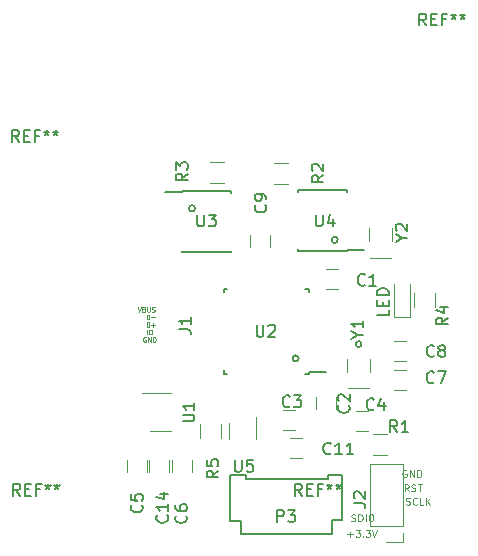
<source format=gto>
G04 #@! TF.FileFunction,Legend,Top*
%FSLAX46Y46*%
G04 Gerber Fmt 4.6, Leading zero omitted, Abs format (unit mm)*
G04 Created by KiCad (PCBNEW 4.0.5) date 05/13/17 18:28:42*
%MOMM*%
%LPD*%
G01*
G04 APERTURE LIST*
%ADD10C,0.100000*%
%ADD11C,0.200000*%
%ADD12C,0.125000*%
%ADD13C,0.150000*%
%ADD14C,0.120000*%
%ADD15C,0.080000*%
G04 APERTURE END LIST*
D10*
D11*
X116403317Y-71945500D02*
G75*
G03X116403317Y-71945500I-261817J0D01*
G01*
X119705317Y-61912500D02*
G75*
G03X119705317Y-61912500I-261817J0D01*
G01*
D12*
X120529500Y-86847357D02*
X120986643Y-86847357D01*
X120758072Y-87075929D02*
X120758072Y-86618786D01*
X121215214Y-86475929D02*
X121586643Y-86475929D01*
X121386643Y-86704500D01*
X121472357Y-86704500D01*
X121529500Y-86733071D01*
X121558071Y-86761643D01*
X121586643Y-86818786D01*
X121586643Y-86961643D01*
X121558071Y-87018786D01*
X121529500Y-87047357D01*
X121472357Y-87075929D01*
X121300929Y-87075929D01*
X121243786Y-87047357D01*
X121215214Y-87018786D01*
X121843786Y-87018786D02*
X121872358Y-87047357D01*
X121843786Y-87075929D01*
X121815215Y-87047357D01*
X121843786Y-87018786D01*
X121843786Y-87075929D01*
X122072357Y-86475929D02*
X122443786Y-86475929D01*
X122243786Y-86704500D01*
X122329500Y-86704500D01*
X122386643Y-86733071D01*
X122415214Y-86761643D01*
X122443786Y-86818786D01*
X122443786Y-86961643D01*
X122415214Y-87018786D01*
X122386643Y-87047357D01*
X122329500Y-87075929D01*
X122158072Y-87075929D01*
X122100929Y-87047357D01*
X122072357Y-87018786D01*
X122615215Y-86475929D02*
X122815215Y-87075929D01*
X123015215Y-86475929D01*
X120864429Y-85713857D02*
X120950143Y-85742429D01*
X121093000Y-85742429D01*
X121150143Y-85713857D01*
X121178714Y-85685286D01*
X121207286Y-85628143D01*
X121207286Y-85571000D01*
X121178714Y-85513857D01*
X121150143Y-85485286D01*
X121093000Y-85456714D01*
X120978714Y-85428143D01*
X120921572Y-85399571D01*
X120893000Y-85371000D01*
X120864429Y-85313857D01*
X120864429Y-85256714D01*
X120893000Y-85199571D01*
X120921572Y-85171000D01*
X120978714Y-85142429D01*
X121121572Y-85142429D01*
X121207286Y-85171000D01*
X121464429Y-85742429D02*
X121464429Y-85142429D01*
X121607286Y-85142429D01*
X121693001Y-85171000D01*
X121750143Y-85228143D01*
X121778715Y-85285286D01*
X121807286Y-85399571D01*
X121807286Y-85485286D01*
X121778715Y-85599571D01*
X121750143Y-85656714D01*
X121693001Y-85713857D01*
X121607286Y-85742429D01*
X121464429Y-85742429D01*
X122064429Y-85742429D02*
X122064429Y-85142429D01*
X122464429Y-85142429D02*
X122578715Y-85142429D01*
X122635857Y-85171000D01*
X122693000Y-85228143D01*
X122721572Y-85342429D01*
X122721572Y-85542429D01*
X122693000Y-85656714D01*
X122635857Y-85713857D01*
X122578715Y-85742429D01*
X122464429Y-85742429D01*
X122407286Y-85713857D01*
X122350143Y-85656714D01*
X122321572Y-85542429D01*
X122321572Y-85342429D01*
X122350143Y-85228143D01*
X122407286Y-85171000D01*
X122464429Y-85142429D01*
X125477715Y-84316857D02*
X125563429Y-84345429D01*
X125706286Y-84345429D01*
X125763429Y-84316857D01*
X125792000Y-84288286D01*
X125820572Y-84231143D01*
X125820572Y-84174000D01*
X125792000Y-84116857D01*
X125763429Y-84088286D01*
X125706286Y-84059714D01*
X125592000Y-84031143D01*
X125534858Y-84002571D01*
X125506286Y-83974000D01*
X125477715Y-83916857D01*
X125477715Y-83859714D01*
X125506286Y-83802571D01*
X125534858Y-83774000D01*
X125592000Y-83745429D01*
X125734858Y-83745429D01*
X125820572Y-83774000D01*
X126420572Y-84288286D02*
X126392001Y-84316857D01*
X126306287Y-84345429D01*
X126249144Y-84345429D01*
X126163429Y-84316857D01*
X126106287Y-84259714D01*
X126077715Y-84202571D01*
X126049144Y-84088286D01*
X126049144Y-84002571D01*
X126077715Y-83888286D01*
X126106287Y-83831143D01*
X126163429Y-83774000D01*
X126249144Y-83745429D01*
X126306287Y-83745429D01*
X126392001Y-83774000D01*
X126420572Y-83802571D01*
X126963429Y-84345429D02*
X126677715Y-84345429D01*
X126677715Y-83745429D01*
X127163429Y-84345429D02*
X127163429Y-83745429D01*
X127506286Y-84345429D02*
X127249143Y-84002571D01*
X127506286Y-83745429D02*
X127163429Y-84088286D01*
X125718928Y-83202429D02*
X125518928Y-82916714D01*
X125376071Y-83202429D02*
X125376071Y-82602429D01*
X125604643Y-82602429D01*
X125661785Y-82631000D01*
X125690357Y-82659571D01*
X125718928Y-82716714D01*
X125718928Y-82802429D01*
X125690357Y-82859571D01*
X125661785Y-82888143D01*
X125604643Y-82916714D01*
X125376071Y-82916714D01*
X125947500Y-83173857D02*
X126033214Y-83202429D01*
X126176071Y-83202429D01*
X126233214Y-83173857D01*
X126261785Y-83145286D01*
X126290357Y-83088143D01*
X126290357Y-83031000D01*
X126261785Y-82973857D01*
X126233214Y-82945286D01*
X126176071Y-82916714D01*
X126061785Y-82888143D01*
X126004643Y-82859571D01*
X125976071Y-82831000D01*
X125947500Y-82773857D01*
X125947500Y-82716714D01*
X125976071Y-82659571D01*
X126004643Y-82631000D01*
X126061785Y-82602429D01*
X126204643Y-82602429D01*
X126290357Y-82631000D01*
X126461786Y-82602429D02*
X126804643Y-82602429D01*
X126633214Y-83202429D02*
X126633214Y-82602429D01*
X125526858Y-81424500D02*
X125469715Y-81395929D01*
X125384001Y-81395929D01*
X125298286Y-81424500D01*
X125241144Y-81481643D01*
X125212572Y-81538786D01*
X125184001Y-81653071D01*
X125184001Y-81738786D01*
X125212572Y-81853071D01*
X125241144Y-81910214D01*
X125298286Y-81967357D01*
X125384001Y-81995929D01*
X125441144Y-81995929D01*
X125526858Y-81967357D01*
X125555429Y-81938786D01*
X125555429Y-81738786D01*
X125441144Y-81738786D01*
X125812572Y-81995929D02*
X125812572Y-81395929D01*
X126155429Y-81995929D01*
X126155429Y-81395929D01*
X126441143Y-81995929D02*
X126441143Y-81395929D01*
X126584000Y-81395929D01*
X126669715Y-81424500D01*
X126726857Y-81481643D01*
X126755429Y-81538786D01*
X126784000Y-81653071D01*
X126784000Y-81738786D01*
X126755429Y-81853071D01*
X126726857Y-81910214D01*
X126669715Y-81967357D01*
X126584000Y-81995929D01*
X126441143Y-81995929D01*
D11*
X121729500Y-70739000D02*
G75*
G03X121729500Y-70739000I-254000J0D01*
G01*
X107640317Y-59245500D02*
G75*
G03X107640317Y-59245500I-261817J0D01*
G01*
D13*
X117800000Y-82123000D02*
X118900000Y-82123000D01*
X118900000Y-82123000D02*
X118900000Y-81823000D01*
X118900000Y-81823000D02*
X120100000Y-81823000D01*
X120100000Y-81823000D02*
X120100000Y-85623000D01*
X120100000Y-85623000D02*
X119200000Y-85623000D01*
X119200000Y-85623000D02*
X119200000Y-86823000D01*
X119200000Y-86823000D02*
X111500000Y-86823000D01*
X111500000Y-86823000D02*
X111500000Y-85723000D01*
X111500000Y-85723000D02*
X110600000Y-85723000D01*
X110600000Y-85723000D02*
X110600000Y-81823000D01*
X110600000Y-81823000D02*
X111900000Y-81823000D01*
X111900000Y-81823000D02*
X111900000Y-82123000D01*
X111900000Y-82123000D02*
X117800000Y-82123000D01*
D14*
X119689500Y-64364500D02*
X118689500Y-64364500D01*
X118689500Y-66064500D02*
X119689500Y-66064500D01*
X119595000Y-76255500D02*
X119595000Y-75255500D01*
X117895000Y-75255500D02*
X117895000Y-76255500D01*
X116070000Y-76302500D02*
X115070000Y-76302500D01*
X115070000Y-78002500D02*
X116070000Y-78002500D01*
X121229500Y-78066000D02*
X122229500Y-78066000D01*
X122229500Y-76366000D02*
X121229500Y-76366000D01*
X101829500Y-80526000D02*
X101829500Y-81526000D01*
X103529500Y-81526000D02*
X103529500Y-80526000D01*
X107339500Y-81526000D02*
X107339500Y-80526000D01*
X105639500Y-80526000D02*
X105639500Y-81526000D01*
X124468000Y-74637000D02*
X125468000Y-74637000D01*
X125468000Y-72937000D02*
X124468000Y-72937000D01*
X124468000Y-72160500D02*
X125468000Y-72160500D01*
X125468000Y-70460500D02*
X124468000Y-70460500D01*
X112307000Y-61476000D02*
X112307000Y-62476000D01*
X114007000Y-62476000D02*
X114007000Y-61476000D01*
X116705000Y-78652000D02*
X115705000Y-78652000D01*
X115705000Y-80352000D02*
X116705000Y-80352000D01*
X105434500Y-81526000D02*
X105434500Y-80526000D01*
X103734500Y-80526000D02*
X103734500Y-81526000D01*
X125215000Y-86106000D02*
X125215000Y-80906000D01*
X125215000Y-80906000D02*
X122435000Y-80906000D01*
X122435000Y-80906000D02*
X122435000Y-86106000D01*
X122435000Y-86106000D02*
X125215000Y-86106000D01*
X125215000Y-86741000D02*
X125215000Y-87496000D01*
X125215000Y-87496000D02*
X123825000Y-87496000D01*
X122653500Y-78368000D02*
X123853500Y-78368000D01*
X123853500Y-80128000D02*
X122653500Y-80128000D01*
X114271500Y-55381000D02*
X115471500Y-55381000D01*
X115471500Y-57141000D02*
X114271500Y-57141000D01*
X110074000Y-57077500D02*
X108874000Y-57077500D01*
X108874000Y-55317500D02*
X110074000Y-55317500D01*
X109846000Y-77505000D02*
X109846000Y-78705000D01*
X108086000Y-78705000D02*
X108086000Y-77505000D01*
X103811500Y-78127500D02*
X105611500Y-78127500D01*
X105611500Y-74907500D02*
X103161500Y-74907500D01*
D13*
X117290000Y-73284500D02*
X117290000Y-73059500D01*
X110040000Y-73284500D02*
X110040000Y-72959500D01*
X110040000Y-66034500D02*
X110040000Y-66359500D01*
X117290000Y-66034500D02*
X117290000Y-66359500D01*
X117290000Y-73284500D02*
X116965000Y-73284500D01*
X117290000Y-66034500D02*
X116965000Y-66034500D01*
X110040000Y-66034500D02*
X110365000Y-66034500D01*
X110040000Y-73284500D02*
X110365000Y-73284500D01*
X117290000Y-73059500D02*
X118715000Y-73059500D01*
X106510000Y-57813500D02*
X106510000Y-57863500D01*
X110660000Y-57813500D02*
X110660000Y-57958500D01*
X110660000Y-62963500D02*
X110660000Y-62818500D01*
X106510000Y-62963500D02*
X106510000Y-62818500D01*
X106510000Y-57813500D02*
X110660000Y-57813500D01*
X106510000Y-62963500D02*
X110660000Y-62963500D01*
X106510000Y-57863500D02*
X105110000Y-57863500D01*
X120502500Y-62836500D02*
X120502500Y-62786500D01*
X116352500Y-62836500D02*
X116352500Y-62691500D01*
X116352500Y-57686500D02*
X116352500Y-57831500D01*
X120502500Y-57686500D02*
X120502500Y-57831500D01*
X120502500Y-62836500D02*
X116352500Y-62836500D01*
X120502500Y-57686500D02*
X116352500Y-57686500D01*
X120502500Y-62786500D02*
X121902500Y-62786500D01*
D14*
X112793000Y-78805000D02*
X112793000Y-76905000D01*
X110473000Y-77405000D02*
X110473000Y-78805000D01*
X120525500Y-73067000D02*
X120525500Y-71967000D01*
X122425500Y-73067000D02*
X122425500Y-71967000D01*
X120575500Y-74467000D02*
X122375500Y-74467000D01*
X122367000Y-62018000D02*
X122367000Y-60918000D01*
X124267000Y-62018000D02*
X124267000Y-60918000D01*
X122417000Y-63418000D02*
X124217000Y-63418000D01*
X124458500Y-68411500D02*
X125858500Y-68411500D01*
X125858500Y-68411500D02*
X125858500Y-65611500D01*
X124458500Y-68411500D02*
X124458500Y-65611500D01*
X127943500Y-66392500D02*
X127943500Y-67592500D01*
X126183500Y-67592500D02*
X126183500Y-66392500D01*
D13*
X114577905Y-85796381D02*
X114577905Y-84796381D01*
X114958858Y-84796381D01*
X115054096Y-84844000D01*
X115101715Y-84891619D01*
X115149334Y-84986857D01*
X115149334Y-85129714D01*
X115101715Y-85224952D01*
X115054096Y-85272571D01*
X114958858Y-85320190D01*
X114577905Y-85320190D01*
X115482667Y-84796381D02*
X116101715Y-84796381D01*
X115768381Y-85177333D01*
X115911239Y-85177333D01*
X116006477Y-85224952D01*
X116054096Y-85272571D01*
X116101715Y-85367810D01*
X116101715Y-85605905D01*
X116054096Y-85701143D01*
X116006477Y-85748762D01*
X115911239Y-85796381D01*
X115625524Y-85796381D01*
X115530286Y-85748762D01*
X115482667Y-85701143D01*
X122007334Y-65698643D02*
X121959715Y-65746262D01*
X121816858Y-65793881D01*
X121721620Y-65793881D01*
X121578762Y-65746262D01*
X121483524Y-65651024D01*
X121435905Y-65555786D01*
X121388286Y-65365310D01*
X121388286Y-65222452D01*
X121435905Y-65031976D01*
X121483524Y-64936738D01*
X121578762Y-64841500D01*
X121721620Y-64793881D01*
X121816858Y-64793881D01*
X121959715Y-64841500D01*
X122007334Y-64889119D01*
X122959715Y-65793881D02*
X122388286Y-65793881D01*
X122674000Y-65793881D02*
X122674000Y-64793881D01*
X122578762Y-64936738D01*
X122483524Y-65031976D01*
X122388286Y-65079595D01*
X120626143Y-75922166D02*
X120673762Y-75969785D01*
X120721381Y-76112642D01*
X120721381Y-76207880D01*
X120673762Y-76350738D01*
X120578524Y-76445976D01*
X120483286Y-76493595D01*
X120292810Y-76541214D01*
X120149952Y-76541214D01*
X119959476Y-76493595D01*
X119864238Y-76445976D01*
X119769000Y-76350738D01*
X119721381Y-76207880D01*
X119721381Y-76112642D01*
X119769000Y-75969785D01*
X119816619Y-75922166D01*
X119816619Y-75541214D02*
X119769000Y-75493595D01*
X119721381Y-75398357D01*
X119721381Y-75160261D01*
X119769000Y-75065023D01*
X119816619Y-75017404D01*
X119911857Y-74969785D01*
X120007095Y-74969785D01*
X120149952Y-75017404D01*
X120721381Y-75588833D01*
X120721381Y-74969785D01*
X115657334Y-75985643D02*
X115609715Y-76033262D01*
X115466858Y-76080881D01*
X115371620Y-76080881D01*
X115228762Y-76033262D01*
X115133524Y-75938024D01*
X115085905Y-75842786D01*
X115038286Y-75652310D01*
X115038286Y-75509452D01*
X115085905Y-75318976D01*
X115133524Y-75223738D01*
X115228762Y-75128500D01*
X115371620Y-75080881D01*
X115466858Y-75080881D01*
X115609715Y-75128500D01*
X115657334Y-75176119D01*
X115990667Y-75080881D02*
X116609715Y-75080881D01*
X116276381Y-75461833D01*
X116419239Y-75461833D01*
X116514477Y-75509452D01*
X116562096Y-75557071D01*
X116609715Y-75652310D01*
X116609715Y-75890405D01*
X116562096Y-75985643D01*
X116514477Y-76033262D01*
X116419239Y-76080881D01*
X116133524Y-76080881D01*
X116038286Y-76033262D01*
X115990667Y-75985643D01*
X122769334Y-76239643D02*
X122721715Y-76287262D01*
X122578858Y-76334881D01*
X122483620Y-76334881D01*
X122340762Y-76287262D01*
X122245524Y-76192024D01*
X122197905Y-76096786D01*
X122150286Y-75906310D01*
X122150286Y-75763452D01*
X122197905Y-75572976D01*
X122245524Y-75477738D01*
X122340762Y-75382500D01*
X122483620Y-75334881D01*
X122578858Y-75334881D01*
X122721715Y-75382500D01*
X122769334Y-75430119D01*
X123626477Y-75668214D02*
X123626477Y-76334881D01*
X123388381Y-75287262D02*
X123150286Y-76001548D01*
X123769334Y-76001548D01*
X103100143Y-84367666D02*
X103147762Y-84415285D01*
X103195381Y-84558142D01*
X103195381Y-84653380D01*
X103147762Y-84796238D01*
X103052524Y-84891476D01*
X102957286Y-84939095D01*
X102766810Y-84986714D01*
X102623952Y-84986714D01*
X102433476Y-84939095D01*
X102338238Y-84891476D01*
X102243000Y-84796238D01*
X102195381Y-84653380D01*
X102195381Y-84558142D01*
X102243000Y-84415285D01*
X102290619Y-84367666D01*
X102195381Y-83462904D02*
X102195381Y-83939095D01*
X102671571Y-83986714D01*
X102623952Y-83939095D01*
X102576333Y-83843857D01*
X102576333Y-83605761D01*
X102623952Y-83510523D01*
X102671571Y-83462904D01*
X102766810Y-83415285D01*
X103004905Y-83415285D01*
X103100143Y-83462904D01*
X103147762Y-83510523D01*
X103195381Y-83605761D01*
X103195381Y-83843857D01*
X103147762Y-83939095D01*
X103100143Y-83986714D01*
X106846643Y-85256666D02*
X106894262Y-85304285D01*
X106941881Y-85447142D01*
X106941881Y-85542380D01*
X106894262Y-85685238D01*
X106799024Y-85780476D01*
X106703786Y-85828095D01*
X106513310Y-85875714D01*
X106370452Y-85875714D01*
X106179976Y-85828095D01*
X106084738Y-85780476D01*
X105989500Y-85685238D01*
X105941881Y-85542380D01*
X105941881Y-85447142D01*
X105989500Y-85304285D01*
X106037119Y-85256666D01*
X105941881Y-84399523D02*
X105941881Y-84590000D01*
X105989500Y-84685238D01*
X106037119Y-84732857D01*
X106179976Y-84828095D01*
X106370452Y-84875714D01*
X106751405Y-84875714D01*
X106846643Y-84828095D01*
X106894262Y-84780476D01*
X106941881Y-84685238D01*
X106941881Y-84494761D01*
X106894262Y-84399523D01*
X106846643Y-84351904D01*
X106751405Y-84304285D01*
X106513310Y-84304285D01*
X106418071Y-84351904D01*
X106370452Y-84399523D01*
X106322833Y-84494761D01*
X106322833Y-84685238D01*
X106370452Y-84780476D01*
X106418071Y-84828095D01*
X106513310Y-84875714D01*
X127849334Y-73953643D02*
X127801715Y-74001262D01*
X127658858Y-74048881D01*
X127563620Y-74048881D01*
X127420762Y-74001262D01*
X127325524Y-73906024D01*
X127277905Y-73810786D01*
X127230286Y-73620310D01*
X127230286Y-73477452D01*
X127277905Y-73286976D01*
X127325524Y-73191738D01*
X127420762Y-73096500D01*
X127563620Y-73048881D01*
X127658858Y-73048881D01*
X127801715Y-73096500D01*
X127849334Y-73144119D01*
X128182667Y-73048881D02*
X128849334Y-73048881D01*
X128420762Y-74048881D01*
X127849334Y-71731143D02*
X127801715Y-71778762D01*
X127658858Y-71826381D01*
X127563620Y-71826381D01*
X127420762Y-71778762D01*
X127325524Y-71683524D01*
X127277905Y-71588286D01*
X127230286Y-71397810D01*
X127230286Y-71254952D01*
X127277905Y-71064476D01*
X127325524Y-70969238D01*
X127420762Y-70874000D01*
X127563620Y-70826381D01*
X127658858Y-70826381D01*
X127801715Y-70874000D01*
X127849334Y-70921619D01*
X128420762Y-71254952D02*
X128325524Y-71207333D01*
X128277905Y-71159714D01*
X128230286Y-71064476D01*
X128230286Y-71016857D01*
X128277905Y-70921619D01*
X128325524Y-70874000D01*
X128420762Y-70826381D01*
X128611239Y-70826381D01*
X128706477Y-70874000D01*
X128754096Y-70921619D01*
X128801715Y-71016857D01*
X128801715Y-71064476D01*
X128754096Y-71159714D01*
X128706477Y-71207333D01*
X128611239Y-71254952D01*
X128420762Y-71254952D01*
X128325524Y-71302571D01*
X128277905Y-71350190D01*
X128230286Y-71445429D01*
X128230286Y-71635905D01*
X128277905Y-71731143D01*
X128325524Y-71778762D01*
X128420762Y-71826381D01*
X128611239Y-71826381D01*
X128706477Y-71778762D01*
X128754096Y-71731143D01*
X128801715Y-71635905D01*
X128801715Y-71445429D01*
X128754096Y-71350190D01*
X128706477Y-71302571D01*
X128611239Y-71254952D01*
X113577643Y-58967666D02*
X113625262Y-59015285D01*
X113672881Y-59158142D01*
X113672881Y-59253380D01*
X113625262Y-59396238D01*
X113530024Y-59491476D01*
X113434786Y-59539095D01*
X113244310Y-59586714D01*
X113101452Y-59586714D01*
X112910976Y-59539095D01*
X112815738Y-59491476D01*
X112720500Y-59396238D01*
X112672881Y-59253380D01*
X112672881Y-59158142D01*
X112720500Y-59015285D01*
X112768119Y-58967666D01*
X113672881Y-58491476D02*
X113672881Y-58301000D01*
X113625262Y-58205761D01*
X113577643Y-58158142D01*
X113434786Y-58062904D01*
X113244310Y-58015285D01*
X112863357Y-58015285D01*
X112768119Y-58062904D01*
X112720500Y-58110523D01*
X112672881Y-58205761D01*
X112672881Y-58396238D01*
X112720500Y-58491476D01*
X112768119Y-58539095D01*
X112863357Y-58586714D01*
X113101452Y-58586714D01*
X113196690Y-58539095D01*
X113244310Y-58491476D01*
X113291929Y-58396238D01*
X113291929Y-58205761D01*
X113244310Y-58110523D01*
X113196690Y-58062904D01*
X113101452Y-58015285D01*
X119118143Y-79986143D02*
X119070524Y-80033762D01*
X118927667Y-80081381D01*
X118832429Y-80081381D01*
X118689571Y-80033762D01*
X118594333Y-79938524D01*
X118546714Y-79843286D01*
X118499095Y-79652810D01*
X118499095Y-79509952D01*
X118546714Y-79319476D01*
X118594333Y-79224238D01*
X118689571Y-79129000D01*
X118832429Y-79081381D01*
X118927667Y-79081381D01*
X119070524Y-79129000D01*
X119118143Y-79176619D01*
X120070524Y-80081381D02*
X119499095Y-80081381D01*
X119784809Y-80081381D02*
X119784809Y-79081381D01*
X119689571Y-79224238D01*
X119594333Y-79319476D01*
X119499095Y-79367095D01*
X121022905Y-80081381D02*
X120451476Y-80081381D01*
X120737190Y-80081381D02*
X120737190Y-79081381D01*
X120641952Y-79224238D01*
X120546714Y-79319476D01*
X120451476Y-79367095D01*
X105259143Y-85224857D02*
X105306762Y-85272476D01*
X105354381Y-85415333D01*
X105354381Y-85510571D01*
X105306762Y-85653429D01*
X105211524Y-85748667D01*
X105116286Y-85796286D01*
X104925810Y-85843905D01*
X104782952Y-85843905D01*
X104592476Y-85796286D01*
X104497238Y-85748667D01*
X104402000Y-85653429D01*
X104354381Y-85510571D01*
X104354381Y-85415333D01*
X104402000Y-85272476D01*
X104449619Y-85224857D01*
X105354381Y-84272476D02*
X105354381Y-84843905D01*
X105354381Y-84558191D02*
X104354381Y-84558191D01*
X104497238Y-84653429D01*
X104592476Y-84748667D01*
X104640095Y-84843905D01*
X104687714Y-83415333D02*
X105354381Y-83415333D01*
X104306762Y-83653429D02*
X105021048Y-83891524D01*
X105021048Y-83272476D01*
X106259381Y-69484833D02*
X106973667Y-69484833D01*
X107116524Y-69532453D01*
X107211762Y-69627691D01*
X107259381Y-69770548D01*
X107259381Y-69865786D01*
X107259381Y-68484833D02*
X107259381Y-69056262D01*
X107259381Y-68770548D02*
X106259381Y-68770548D01*
X106402238Y-68865786D01*
X106497476Y-68961024D01*
X106545095Y-69056262D01*
D15*
X103454238Y-70158000D02*
X103416143Y-70138952D01*
X103359000Y-70138952D01*
X103301857Y-70158000D01*
X103263762Y-70196095D01*
X103244714Y-70234190D01*
X103225666Y-70310381D01*
X103225666Y-70367524D01*
X103244714Y-70443714D01*
X103263762Y-70481810D01*
X103301857Y-70519905D01*
X103359000Y-70538952D01*
X103397095Y-70538952D01*
X103454238Y-70519905D01*
X103473286Y-70500857D01*
X103473286Y-70367524D01*
X103397095Y-70367524D01*
X103644714Y-70538952D02*
X103644714Y-70138952D01*
X103873286Y-70538952D01*
X103873286Y-70138952D01*
X104063762Y-70538952D02*
X104063762Y-70138952D01*
X104159000Y-70138952D01*
X104216143Y-70158000D01*
X104254238Y-70196095D01*
X104273286Y-70234190D01*
X104292334Y-70310381D01*
X104292334Y-70367524D01*
X104273286Y-70443714D01*
X104254238Y-70481810D01*
X104216143Y-70519905D01*
X104159000Y-70538952D01*
X104063762Y-70538952D01*
X103559000Y-69903952D02*
X103559000Y-69503952D01*
X103749476Y-69903952D02*
X103749476Y-69503952D01*
X103844714Y-69503952D01*
X103901857Y-69523000D01*
X103939952Y-69561095D01*
X103959000Y-69599190D01*
X103978048Y-69675381D01*
X103978048Y-69732524D01*
X103959000Y-69808714D01*
X103939952Y-69846810D01*
X103901857Y-69884905D01*
X103844714Y-69903952D01*
X103749476Y-69903952D01*
X103533619Y-69268952D02*
X103533619Y-68868952D01*
X103628857Y-68868952D01*
X103686000Y-68888000D01*
X103724095Y-68926095D01*
X103743143Y-68964190D01*
X103762191Y-69040381D01*
X103762191Y-69097524D01*
X103743143Y-69173714D01*
X103724095Y-69211810D01*
X103686000Y-69249905D01*
X103628857Y-69268952D01*
X103533619Y-69268952D01*
X103933619Y-69116571D02*
X104238381Y-69116571D01*
X104086000Y-69268952D02*
X104086000Y-68964190D01*
X103533619Y-68633952D02*
X103533619Y-68233952D01*
X103628857Y-68233952D01*
X103686000Y-68253000D01*
X103724095Y-68291095D01*
X103743143Y-68329190D01*
X103762191Y-68405381D01*
X103762191Y-68462524D01*
X103743143Y-68538714D01*
X103724095Y-68576810D01*
X103686000Y-68614905D01*
X103628857Y-68633952D01*
X103533619Y-68633952D01*
X103933619Y-68481571D02*
X104238381Y-68481571D01*
X102771667Y-67598952D02*
X102905001Y-67998952D01*
X103038334Y-67598952D01*
X103305000Y-67789429D02*
X103362143Y-67808476D01*
X103381191Y-67827524D01*
X103400239Y-67865619D01*
X103400239Y-67922762D01*
X103381191Y-67960857D01*
X103362143Y-67979905D01*
X103324048Y-67998952D01*
X103171667Y-67998952D01*
X103171667Y-67598952D01*
X103305000Y-67598952D01*
X103343096Y-67618000D01*
X103362143Y-67637048D01*
X103381191Y-67675143D01*
X103381191Y-67713238D01*
X103362143Y-67751333D01*
X103343096Y-67770381D01*
X103305000Y-67789429D01*
X103171667Y-67789429D01*
X103571667Y-67598952D02*
X103571667Y-67922762D01*
X103590715Y-67960857D01*
X103609762Y-67979905D01*
X103647858Y-67998952D01*
X103724048Y-67998952D01*
X103762143Y-67979905D01*
X103781191Y-67960857D01*
X103800239Y-67922762D01*
X103800239Y-67598952D01*
X103971667Y-67979905D02*
X104028810Y-67998952D01*
X104124048Y-67998952D01*
X104162144Y-67979905D01*
X104181191Y-67960857D01*
X104200239Y-67922762D01*
X104200239Y-67884667D01*
X104181191Y-67846571D01*
X104162144Y-67827524D01*
X104124048Y-67808476D01*
X104047858Y-67789429D01*
X104009763Y-67770381D01*
X103990715Y-67751333D01*
X103971667Y-67713238D01*
X103971667Y-67675143D01*
X103990715Y-67637048D01*
X104009763Y-67618000D01*
X104047858Y-67598952D01*
X104143096Y-67598952D01*
X104200239Y-67618000D01*
D13*
X121054881Y-84216833D02*
X121769167Y-84216833D01*
X121912024Y-84264453D01*
X122007262Y-84359691D01*
X122054881Y-84502548D01*
X122054881Y-84597786D01*
X121150119Y-83788262D02*
X121102500Y-83740643D01*
X121054881Y-83645405D01*
X121054881Y-83407309D01*
X121102500Y-83312071D01*
X121150119Y-83264452D01*
X121245357Y-83216833D01*
X121340595Y-83216833D01*
X121483452Y-83264452D01*
X122054881Y-83835881D01*
X122054881Y-83216833D01*
X124737834Y-78176381D02*
X124404500Y-77700190D01*
X124166405Y-78176381D02*
X124166405Y-77176381D01*
X124547358Y-77176381D01*
X124642596Y-77224000D01*
X124690215Y-77271619D01*
X124737834Y-77366857D01*
X124737834Y-77509714D01*
X124690215Y-77604952D01*
X124642596Y-77652571D01*
X124547358Y-77700190D01*
X124166405Y-77700190D01*
X125690215Y-78176381D02*
X125118786Y-78176381D01*
X125404500Y-78176381D02*
X125404500Y-77176381D01*
X125309262Y-77319238D01*
X125214024Y-77414476D01*
X125118786Y-77462095D01*
X118498881Y-56427666D02*
X118022690Y-56761000D01*
X118498881Y-56999095D02*
X117498881Y-56999095D01*
X117498881Y-56618142D01*
X117546500Y-56522904D01*
X117594119Y-56475285D01*
X117689357Y-56427666D01*
X117832214Y-56427666D01*
X117927452Y-56475285D01*
X117975071Y-56522904D01*
X118022690Y-56618142D01*
X118022690Y-56999095D01*
X117594119Y-56046714D02*
X117546500Y-55999095D01*
X117498881Y-55903857D01*
X117498881Y-55665761D01*
X117546500Y-55570523D01*
X117594119Y-55522904D01*
X117689357Y-55475285D01*
X117784595Y-55475285D01*
X117927452Y-55522904D01*
X118498881Y-56094333D01*
X118498881Y-55475285D01*
X107005381Y-56300666D02*
X106529190Y-56634000D01*
X107005381Y-56872095D02*
X106005381Y-56872095D01*
X106005381Y-56491142D01*
X106053000Y-56395904D01*
X106100619Y-56348285D01*
X106195857Y-56300666D01*
X106338714Y-56300666D01*
X106433952Y-56348285D01*
X106481571Y-56395904D01*
X106529190Y-56491142D01*
X106529190Y-56872095D01*
X106005381Y-55967333D02*
X106005381Y-55348285D01*
X106386333Y-55681619D01*
X106386333Y-55538761D01*
X106433952Y-55443523D01*
X106481571Y-55395904D01*
X106576810Y-55348285D01*
X106814905Y-55348285D01*
X106910143Y-55395904D01*
X106957762Y-55443523D01*
X107005381Y-55538761D01*
X107005381Y-55824476D01*
X106957762Y-55919714D01*
X106910143Y-55967333D01*
X109608881Y-81446666D02*
X109132690Y-81780000D01*
X109608881Y-82018095D02*
X108608881Y-82018095D01*
X108608881Y-81637142D01*
X108656500Y-81541904D01*
X108704119Y-81494285D01*
X108799357Y-81446666D01*
X108942214Y-81446666D01*
X109037452Y-81494285D01*
X109085071Y-81541904D01*
X109132690Y-81637142D01*
X109132690Y-82018095D01*
X108608881Y-80541904D02*
X108608881Y-81018095D01*
X109085071Y-81065714D01*
X109037452Y-81018095D01*
X108989833Y-80922857D01*
X108989833Y-80684761D01*
X109037452Y-80589523D01*
X109085071Y-80541904D01*
X109180310Y-80494285D01*
X109418405Y-80494285D01*
X109513643Y-80541904D01*
X109561262Y-80589523D01*
X109608881Y-80684761D01*
X109608881Y-80922857D01*
X109561262Y-81018095D01*
X109513643Y-81065714D01*
X106576881Y-77279405D02*
X107386405Y-77279405D01*
X107481643Y-77231786D01*
X107529262Y-77184167D01*
X107576881Y-77088929D01*
X107576881Y-76898452D01*
X107529262Y-76803214D01*
X107481643Y-76755595D01*
X107386405Y-76707976D01*
X106576881Y-76707976D01*
X107576881Y-75707976D02*
X107576881Y-76279405D01*
X107576881Y-75993691D02*
X106576881Y-75993691D01*
X106719738Y-76088929D01*
X106814976Y-76184167D01*
X106862595Y-76279405D01*
X112839595Y-69111881D02*
X112839595Y-69921405D01*
X112887214Y-70016643D01*
X112934833Y-70064262D01*
X113030071Y-70111881D01*
X113220548Y-70111881D01*
X113315786Y-70064262D01*
X113363405Y-70016643D01*
X113411024Y-69921405D01*
X113411024Y-69111881D01*
X113839595Y-69207119D02*
X113887214Y-69159500D01*
X113982452Y-69111881D01*
X114220548Y-69111881D01*
X114315786Y-69159500D01*
X114363405Y-69207119D01*
X114411024Y-69302357D01*
X114411024Y-69397595D01*
X114363405Y-69540452D01*
X113791976Y-70111881D01*
X114411024Y-70111881D01*
X107823095Y-59777381D02*
X107823095Y-60586905D01*
X107870714Y-60682143D01*
X107918333Y-60729762D01*
X108013571Y-60777381D01*
X108204048Y-60777381D01*
X108299286Y-60729762D01*
X108346905Y-60682143D01*
X108394524Y-60586905D01*
X108394524Y-59777381D01*
X108775476Y-59777381D02*
X109394524Y-59777381D01*
X109061190Y-60158333D01*
X109204048Y-60158333D01*
X109299286Y-60205952D01*
X109346905Y-60253571D01*
X109394524Y-60348810D01*
X109394524Y-60586905D01*
X109346905Y-60682143D01*
X109299286Y-60729762D01*
X109204048Y-60777381D01*
X108918333Y-60777381D01*
X108823095Y-60729762D01*
X108775476Y-60682143D01*
X117856095Y-59777381D02*
X117856095Y-60586905D01*
X117903714Y-60682143D01*
X117951333Y-60729762D01*
X118046571Y-60777381D01*
X118237048Y-60777381D01*
X118332286Y-60729762D01*
X118379905Y-60682143D01*
X118427524Y-60586905D01*
X118427524Y-59777381D01*
X119332286Y-60110714D02*
X119332286Y-60777381D01*
X119094190Y-59729762D02*
X118856095Y-60444048D01*
X119475143Y-60444048D01*
X110998095Y-80541881D02*
X110998095Y-81351405D01*
X111045714Y-81446643D01*
X111093333Y-81494262D01*
X111188571Y-81541881D01*
X111379048Y-81541881D01*
X111474286Y-81494262D01*
X111521905Y-81446643D01*
X111569524Y-81351405D01*
X111569524Y-80541881D01*
X112521905Y-80541881D02*
X112045714Y-80541881D01*
X111998095Y-81018071D01*
X112045714Y-80970452D01*
X112140952Y-80922833D01*
X112379048Y-80922833D01*
X112474286Y-80970452D01*
X112521905Y-81018071D01*
X112569524Y-81113310D01*
X112569524Y-81351405D01*
X112521905Y-81446643D01*
X112474286Y-81494262D01*
X112379048Y-81541881D01*
X112140952Y-81541881D01*
X112045714Y-81494262D01*
X111998095Y-81446643D01*
X121388190Y-69945191D02*
X121864381Y-69945191D01*
X120864381Y-70278524D02*
X121388190Y-69945191D01*
X120864381Y-69611857D01*
X121864381Y-68754714D02*
X121864381Y-69326143D01*
X121864381Y-69040429D02*
X120864381Y-69040429D01*
X121007238Y-69135667D01*
X121102476Y-69230905D01*
X121150095Y-69326143D01*
X125134690Y-61753691D02*
X125610881Y-61753691D01*
X124610881Y-62087024D02*
X125134690Y-61753691D01*
X124610881Y-61420357D01*
X124706119Y-61134643D02*
X124658500Y-61087024D01*
X124610881Y-60991786D01*
X124610881Y-60753690D01*
X124658500Y-60658452D01*
X124706119Y-60610833D01*
X124801357Y-60563214D01*
X124896595Y-60563214D01*
X125039452Y-60610833D01*
X125610881Y-61182262D01*
X125610881Y-60563214D01*
X124023381Y-67825857D02*
X124023381Y-68302048D01*
X123023381Y-68302048D01*
X123499571Y-67492524D02*
X123499571Y-67159190D01*
X124023381Y-67016333D02*
X124023381Y-67492524D01*
X123023381Y-67492524D01*
X123023381Y-67016333D01*
X124023381Y-66587762D02*
X123023381Y-66587762D01*
X123023381Y-66349667D01*
X123071000Y-66206809D01*
X123166238Y-66111571D01*
X123261476Y-66063952D01*
X123451952Y-66016333D01*
X123594810Y-66016333D01*
X123785286Y-66063952D01*
X123880524Y-66111571D01*
X123975762Y-66206809D01*
X124023381Y-66349667D01*
X124023381Y-66587762D01*
X129039881Y-68492666D02*
X128563690Y-68826000D01*
X129039881Y-69064095D02*
X128039881Y-69064095D01*
X128039881Y-68683142D01*
X128087500Y-68587904D01*
X128135119Y-68540285D01*
X128230357Y-68492666D01*
X128373214Y-68492666D01*
X128468452Y-68540285D01*
X128516071Y-68587904D01*
X128563690Y-68683142D01*
X128563690Y-69064095D01*
X128373214Y-67635523D02*
X129039881Y-67635523D01*
X127992262Y-67873619D02*
X128706548Y-68111714D01*
X128706548Y-67492666D01*
X92722867Y-53614581D02*
X92389533Y-53138390D01*
X92151438Y-53614581D02*
X92151438Y-52614581D01*
X92532391Y-52614581D01*
X92627629Y-52662200D01*
X92675248Y-52709819D01*
X92722867Y-52805057D01*
X92722867Y-52947914D01*
X92675248Y-53043152D01*
X92627629Y-53090771D01*
X92532391Y-53138390D01*
X92151438Y-53138390D01*
X93151438Y-53090771D02*
X93484772Y-53090771D01*
X93627629Y-53614581D02*
X93151438Y-53614581D01*
X93151438Y-52614581D01*
X93627629Y-52614581D01*
X94389534Y-53090771D02*
X94056200Y-53090771D01*
X94056200Y-53614581D02*
X94056200Y-52614581D01*
X94532391Y-52614581D01*
X95056200Y-52614581D02*
X95056200Y-52852676D01*
X94818105Y-52757438D02*
X95056200Y-52852676D01*
X95294296Y-52757438D01*
X94913343Y-53043152D02*
X95056200Y-52852676D01*
X95199058Y-53043152D01*
X95818105Y-52614581D02*
X95818105Y-52852676D01*
X95580010Y-52757438D02*
X95818105Y-52852676D01*
X96056201Y-52757438D01*
X95675248Y-53043152D02*
X95818105Y-52852676D01*
X95960963Y-53043152D01*
X127190667Y-43759381D02*
X126857333Y-43283190D01*
X126619238Y-43759381D02*
X126619238Y-42759381D01*
X127000191Y-42759381D01*
X127095429Y-42807000D01*
X127143048Y-42854619D01*
X127190667Y-42949857D01*
X127190667Y-43092714D01*
X127143048Y-43187952D01*
X127095429Y-43235571D01*
X127000191Y-43283190D01*
X126619238Y-43283190D01*
X127619238Y-43235571D02*
X127952572Y-43235571D01*
X128095429Y-43759381D02*
X127619238Y-43759381D01*
X127619238Y-42759381D01*
X128095429Y-42759381D01*
X128857334Y-43235571D02*
X128524000Y-43235571D01*
X128524000Y-43759381D02*
X128524000Y-42759381D01*
X129000191Y-42759381D01*
X129524000Y-42759381D02*
X129524000Y-42997476D01*
X129285905Y-42902238D02*
X129524000Y-42997476D01*
X129762096Y-42902238D01*
X129381143Y-43187952D02*
X129524000Y-42997476D01*
X129666858Y-43187952D01*
X130285905Y-42759381D02*
X130285905Y-42997476D01*
X130047810Y-42902238D02*
X130285905Y-42997476D01*
X130524001Y-42902238D01*
X130143048Y-43187952D02*
X130285905Y-42997476D01*
X130428763Y-43187952D01*
X92824467Y-83561181D02*
X92491133Y-83084990D01*
X92253038Y-83561181D02*
X92253038Y-82561181D01*
X92633991Y-82561181D01*
X92729229Y-82608800D01*
X92776848Y-82656419D01*
X92824467Y-82751657D01*
X92824467Y-82894514D01*
X92776848Y-82989752D01*
X92729229Y-83037371D01*
X92633991Y-83084990D01*
X92253038Y-83084990D01*
X93253038Y-83037371D02*
X93586372Y-83037371D01*
X93729229Y-83561181D02*
X93253038Y-83561181D01*
X93253038Y-82561181D01*
X93729229Y-82561181D01*
X94491134Y-83037371D02*
X94157800Y-83037371D01*
X94157800Y-83561181D02*
X94157800Y-82561181D01*
X94633991Y-82561181D01*
X95157800Y-82561181D02*
X95157800Y-82799276D01*
X94919705Y-82704038D02*
X95157800Y-82799276D01*
X95395896Y-82704038D01*
X95014943Y-82989752D02*
X95157800Y-82799276D01*
X95300658Y-82989752D01*
X95919705Y-82561181D02*
X95919705Y-82799276D01*
X95681610Y-82704038D02*
X95919705Y-82799276D01*
X96157801Y-82704038D01*
X95776848Y-82989752D02*
X95919705Y-82799276D01*
X96062563Y-82989752D01*
X116675067Y-83561181D02*
X116341733Y-83084990D01*
X116103638Y-83561181D02*
X116103638Y-82561181D01*
X116484591Y-82561181D01*
X116579829Y-82608800D01*
X116627448Y-82656419D01*
X116675067Y-82751657D01*
X116675067Y-82894514D01*
X116627448Y-82989752D01*
X116579829Y-83037371D01*
X116484591Y-83084990D01*
X116103638Y-83084990D01*
X117103638Y-83037371D02*
X117436972Y-83037371D01*
X117579829Y-83561181D02*
X117103638Y-83561181D01*
X117103638Y-82561181D01*
X117579829Y-82561181D01*
X118341734Y-83037371D02*
X118008400Y-83037371D01*
X118008400Y-83561181D02*
X118008400Y-82561181D01*
X118484591Y-82561181D01*
X119008400Y-82561181D02*
X119008400Y-82799276D01*
X118770305Y-82704038D02*
X119008400Y-82799276D01*
X119246496Y-82704038D01*
X118865543Y-82989752D02*
X119008400Y-82799276D01*
X119151258Y-82989752D01*
X119770305Y-82561181D02*
X119770305Y-82799276D01*
X119532210Y-82704038D02*
X119770305Y-82799276D01*
X120008401Y-82704038D01*
X119627448Y-82989752D02*
X119770305Y-82799276D01*
X119913163Y-82989752D01*
M02*

</source>
